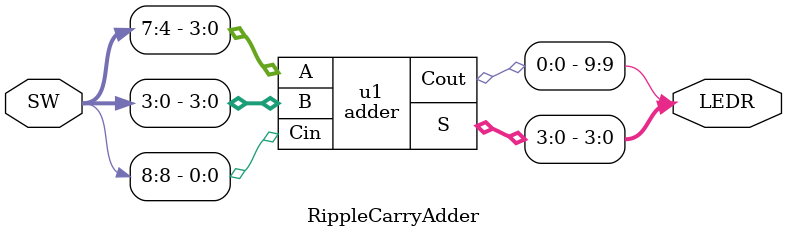
<source format=v>
module fullAdder (input a, b, cin, output s, cout);

	assign s = a ^ b ^ cin;
	assign cout = (a&b) | (a&cin) | (b&cin);
	
endmodule

module adder (A, B, S, Cin, Cout);

	input [3:0]A,B;
	input Cin;
	output [3:0]S;
	output Cout;
	wire w1, w2, w3;
	
	fullAdder u1(.a(A[0]), .b(B[0]), .cin(Cin),.s(S[0]), .cout(w1));
	fullAdder u2(.a(A[1]), .b(B[1]), .cin(w1), .s(S[1]), .cout(w2));
	fullAdder u3(.a(A[2]), .b(B[2]), .cin(w2), .s(S[2]), .cout(w3));
	fullAdder u4(.a(A[3]), .b(B[3]), .cin(w3), .s(S[3]), .cout(Cout));

endmodule

module RippleCarryAdder (SW, LEDR); //Top-level module

		input [9:0]SW;
		output [9:0]LEDR;
		
		adder u1(.A(SW[7:4]), .B(SW[3:0]), .Cin(SW[8]), .Cout(LEDR[9]), .S(LEDR[3:0]));//instantiates ladder

endmodule


</source>
